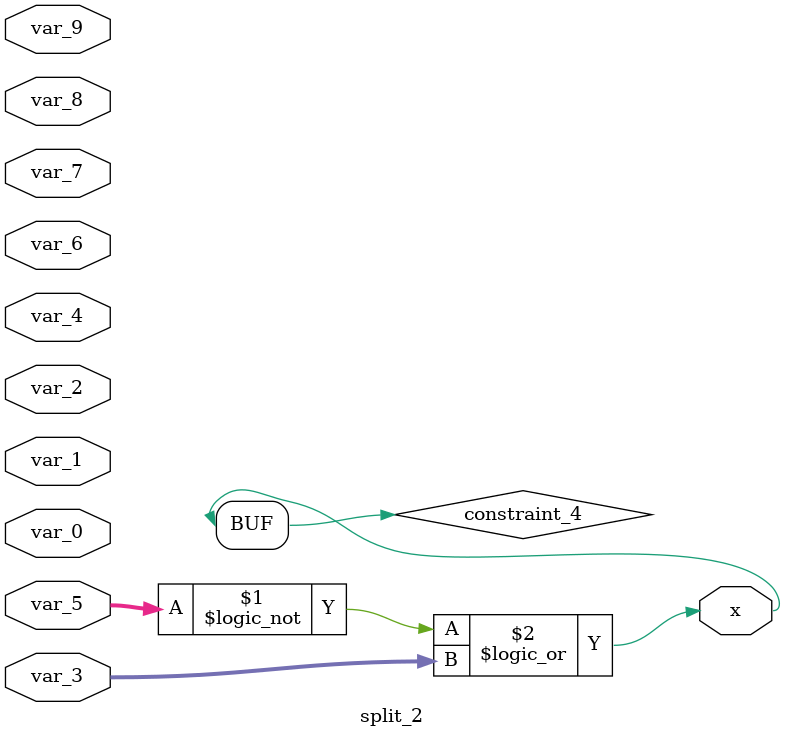
<source format=v>
module split_2(var_0, var_1, var_2, var_3, var_4, var_5, var_6, var_7, var_8, var_9, x);
    input [15:0] var_0;
    input [21:0] var_1;
    input [3:0] var_2;
    input [27:0] var_3;
    input [18:0] var_4;
    input [17:0] var_5;
    input [18:0] var_6;
    input [13:0] var_7;
    input [15:0] var_8;
    input [28:0] var_9;
    output wire x;

    wire constraint_4;

    assign constraint_4 = |(((!(var_5)) || var_3));
    assign x = constraint_4;
endmodule

</source>
